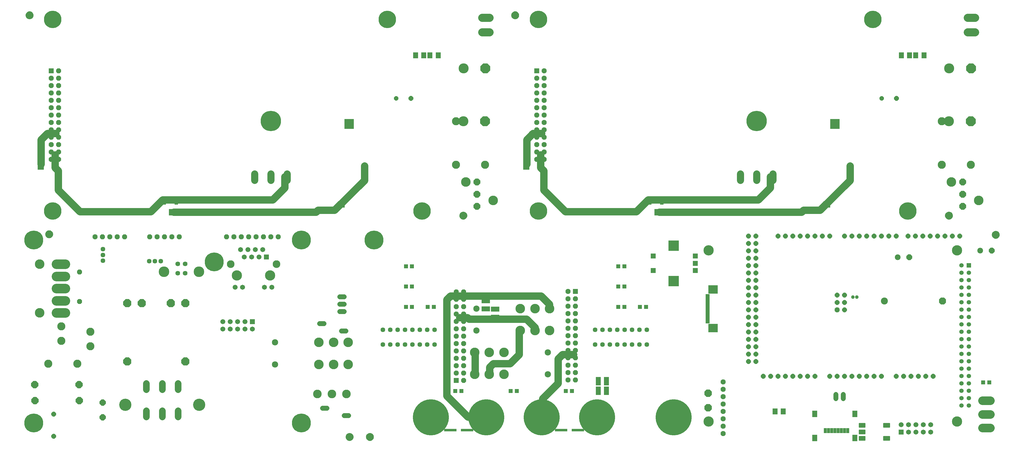
<source format=gbs>
G75*
G70*
%OFA0B0*%
%FSLAX24Y24*%
%IPPOS*%
%LPD*%
%AMOC8*
5,1,8,0,0,1.08239X$1,22.5*
%
%ADD10C,0.1000*%
%ADD11OC8,0.0973*%
%ADD12C,0.0907*%
%ADD13OC8,0.0640*%
%ADD14OC8,0.0840*%
%ADD15C,0.1653*%
%ADD16C,0.1100*%
%ADD17C,0.0674*%
%ADD18R,0.0674X0.0674*%
%ADD19C,0.0674*%
%ADD20C,0.0640*%
%ADD21C,0.1436*%
%ADD22OC8,0.0674*%
%ADD23C,0.1039*%
%ADD24C,0.1386*%
%ADD25OC8,0.0680*%
%ADD26C,0.0477*%
%ADD27C,0.0946*%
%ADD28OC8,0.0946*%
%ADD29OC8,0.0634*%
%ADD30C,0.1299*%
%ADD31C,0.0848*%
%ADD32C,0.4885*%
%ADD33R,0.0552X0.0552*%
%ADD34C,0.1172*%
%ADD35C,0.0595*%
%ADD36R,0.0595X0.0595*%
%ADD37C,0.0634*%
%ADD38R,0.0710X0.0789*%
%ADD39C,0.0095*%
%ADD40C,0.0050*%
%ADD41C,0.0780*%
%ADD42OC8,0.0780*%
%ADD43C,0.1299*%
%ADD44R,0.0710X0.1143*%
%ADD45R,0.1143X0.0710*%
%ADD46OC8,0.0996*%
%ADD47R,0.1680X0.0380*%
%ADD48R,0.1287X0.1169*%
%ADD49R,0.0552X0.0198*%
%ADD50R,0.1393X0.1393*%
%ADD51OC8,0.1100*%
%ADD52C,0.0680*%
%ADD53C,0.1169*%
%ADD54R,0.0395X0.0671*%
%ADD55R,0.0651X0.0867*%
%ADD56C,0.0973*%
%ADD57C,0.2759*%
%ADD58C,0.1360*%
%ADD59OC8,0.1360*%
%ADD60C,0.1100*%
%ADD61OC8,0.0600*%
%ADD62R,0.0710X0.0790*%
%ADD63OC8,0.0909*%
%ADD64C,0.2562*%
%ADD65R,0.0516X0.0516*%
%ADD66C,0.2365*%
D10*
X061012Y009503D02*
X063862Y006653D01*
X066287Y006653D01*
X066312Y006628D01*
X061012Y009503D02*
X061012Y022528D01*
X061012Y022553D02*
X061512Y023053D01*
X072962Y023053D01*
X073062Y023053D02*
X073787Y023053D01*
X074912Y021928D01*
X074912Y021403D01*
X072987Y018753D02*
X071812Y019928D01*
X064012Y019928D01*
X063812Y020128D01*
X062737Y020128D01*
X070812Y018303D02*
X070812Y015128D01*
X069562Y013878D01*
X067312Y013878D01*
X066812Y013378D01*
X066812Y012453D01*
X064837Y012553D02*
X064837Y015353D01*
X072987Y018453D02*
X072987Y018753D01*
X076687Y015103D02*
X076087Y014503D01*
X076087Y011228D01*
X073962Y009103D01*
X073962Y006703D01*
X076687Y015103D02*
X078162Y015103D01*
X077079Y034478D02*
X086679Y034478D01*
X088279Y036078D01*
X103179Y036078D01*
X104754Y037653D01*
X104804Y037728D02*
X104804Y039228D01*
X109304Y034678D02*
X111554Y034678D01*
X115604Y038728D01*
X115604Y040678D01*
X109304Y034678D02*
X109054Y034428D01*
X089779Y034428D01*
X077079Y034478D02*
X074154Y037403D01*
X074154Y040003D01*
X073704Y040453D01*
X073704Y042178D01*
X071829Y040903D02*
X071829Y044228D01*
X072679Y045078D01*
X073829Y045078D01*
X049856Y040678D02*
X049856Y038728D01*
X045806Y034678D01*
X043556Y034678D01*
X043306Y034428D01*
X024031Y034428D01*
X022531Y036078D02*
X037431Y036078D01*
X039006Y037653D01*
X039056Y037728D02*
X039056Y039228D01*
X022531Y036078D02*
X020931Y034478D01*
X011331Y034478D01*
X008406Y037403D01*
X008406Y040003D01*
X007956Y040453D01*
X007956Y042178D01*
X006081Y040903D02*
X006081Y044228D01*
X006931Y045078D01*
X008081Y045078D01*
D11*
X005197Y011049D03*
X005222Y008868D03*
X011222Y008868D03*
X011197Y011049D03*
D12*
X020312Y011216D02*
X020312Y010391D01*
X022462Y010391D02*
X022462Y011216D01*
X024612Y011216D02*
X024612Y010391D01*
X024612Y007516D02*
X024612Y006691D01*
X022462Y006691D02*
X022462Y007516D01*
X020312Y007516D02*
X020312Y006691D01*
D13*
X007762Y004053D03*
X007762Y007053D03*
X056131Y049853D03*
X121879Y049853D03*
D14*
X014412Y008628D03*
X014412Y006628D03*
D15*
X017487Y008328D03*
X027487Y008328D03*
D16*
X012730Y016229D03*
X008793Y016977D03*
X012730Y018204D03*
X008793Y018952D03*
X007025Y013893D03*
X010962Y013893D03*
X062243Y040851D03*
X066180Y040851D03*
X066180Y046756D03*
X062243Y046756D03*
X127991Y046756D03*
X131928Y046756D03*
X131928Y040851D03*
X127991Y040851D03*
D17*
X114687Y009725D02*
X114687Y009131D01*
X113687Y009131D02*
X113687Y009725D01*
X047109Y020953D02*
X046515Y020953D01*
X046515Y021953D02*
X047109Y021953D01*
X047109Y022953D02*
X046515Y022953D01*
D18*
X034662Y019578D03*
X036577Y028352D03*
X062273Y011618D03*
X078414Y023673D03*
X088945Y026504D03*
X088945Y028472D03*
X094654Y028472D03*
X094654Y027488D03*
X094654Y026504D03*
X122517Y004628D03*
X073186Y053594D03*
X007438Y053594D03*
D19*
X033077Y029352D03*
X034077Y029352D03*
X035077Y029352D03*
X036077Y029352D03*
X035577Y028352D03*
X034577Y028352D03*
X033577Y028352D03*
X033337Y024234D03*
X032337Y024234D03*
X036317Y024234D03*
X037317Y024234D03*
X033662Y019578D03*
X032662Y019578D03*
X031662Y019578D03*
X030662Y019578D03*
X030662Y018578D03*
X031662Y018578D03*
X032662Y018578D03*
X033662Y018578D03*
X034662Y018578D03*
X122517Y005628D03*
X123517Y005628D03*
X124517Y005628D03*
X125517Y005628D03*
X126517Y005628D03*
X126517Y004628D03*
X125517Y004628D03*
X124517Y004628D03*
X123517Y004628D03*
D20*
X025555Y026158D03*
X024571Y026158D03*
X024571Y027418D03*
X025555Y027418D03*
D21*
X027433Y026355D03*
X022693Y026355D03*
D22*
X022762Y031078D03*
X023762Y031078D03*
X024762Y031078D03*
X021762Y031078D03*
X020762Y031078D03*
X017387Y031078D03*
X016387Y031078D03*
X015387Y031078D03*
X014387Y031078D03*
X013387Y031078D03*
X031162Y031078D03*
X032162Y031078D03*
X033162Y031078D03*
X034162Y031078D03*
X035162Y031078D03*
X036162Y031078D03*
X037162Y031078D03*
X038162Y031078D03*
X062273Y023618D03*
X063273Y023618D03*
X063273Y022618D03*
X062273Y022618D03*
X062273Y021618D03*
X063273Y021618D03*
X063273Y020618D03*
X062273Y020618D03*
X062273Y019618D03*
X063273Y019618D03*
X063273Y018618D03*
X063273Y017618D03*
X062273Y017618D03*
X062273Y018618D03*
X062273Y016618D03*
X063273Y016618D03*
X063273Y015618D03*
X062273Y015618D03*
X062273Y014618D03*
X063273Y014618D03*
X063273Y013618D03*
X063273Y012618D03*
X062273Y012618D03*
X062273Y013618D03*
X063273Y011618D03*
X077414Y011673D03*
X078414Y011673D03*
X078414Y012673D03*
X077414Y012673D03*
X077414Y013673D03*
X078414Y013673D03*
X078414Y014673D03*
X077414Y014673D03*
X077414Y015673D03*
X077414Y016673D03*
X078414Y016673D03*
X078414Y015673D03*
X078414Y017673D03*
X077414Y017673D03*
X077414Y018673D03*
X078414Y018673D03*
X078414Y019673D03*
X077414Y019673D03*
X077414Y020673D03*
X077414Y021673D03*
X078414Y021673D03*
X078414Y020673D03*
X078414Y022673D03*
X077414Y022673D03*
X077414Y023673D03*
X098417Y011428D03*
X098417Y010428D03*
X098417Y009428D03*
X098417Y008428D03*
X098417Y007428D03*
X098417Y006428D03*
X098417Y005428D03*
X098417Y004428D03*
X074186Y041594D03*
X073186Y041594D03*
X073186Y042594D03*
X074186Y042594D03*
X074186Y043594D03*
X073186Y043594D03*
X073186Y044594D03*
X074186Y044594D03*
X074186Y045594D03*
X073186Y045594D03*
X073186Y046594D03*
X074186Y046594D03*
X074186Y047594D03*
X073186Y047594D03*
X073186Y048594D03*
X074186Y048594D03*
X074186Y049594D03*
X073186Y049594D03*
X073186Y050594D03*
X074186Y050594D03*
X074186Y051594D03*
X073186Y051594D03*
X073186Y052594D03*
X074186Y052594D03*
X074186Y053594D03*
X008438Y053594D03*
X008438Y052594D03*
X007438Y052594D03*
X007438Y051594D03*
X007438Y050594D03*
X008438Y050594D03*
X008438Y051594D03*
X008438Y049594D03*
X007438Y049594D03*
X007438Y048594D03*
X007438Y047594D03*
X008438Y047594D03*
X008438Y048594D03*
X008438Y046594D03*
X008438Y045594D03*
X007438Y045594D03*
X007438Y046594D03*
X007438Y044594D03*
X008438Y044594D03*
X008438Y043594D03*
X008438Y042594D03*
X007438Y042594D03*
X007438Y043594D03*
X007438Y041594D03*
X008438Y041594D03*
D23*
X031727Y027384D03*
X037927Y027384D03*
D24*
X037077Y025852D03*
X032577Y025852D03*
X096425Y029259D03*
X130087Y029259D03*
X130087Y006031D03*
X096425Y006031D03*
D25*
X113837Y021193D03*
X011262Y022328D03*
X011262Y026328D03*
D26*
X115966Y022928D03*
X116517Y022928D03*
D27*
X120237Y022378D03*
D28*
X128107Y022378D03*
D29*
X114837Y022193D03*
X113837Y022193D03*
X113837Y023193D03*
X114837Y023193D03*
X114837Y021193D03*
X102837Y021193D03*
X101837Y021193D03*
X101837Y020193D03*
X102837Y020193D03*
X102837Y019193D03*
X101837Y019193D03*
X101837Y018193D03*
X102837Y018193D03*
X102837Y017193D03*
X101837Y017193D03*
X101837Y016193D03*
X101837Y015193D03*
X102837Y015193D03*
X102837Y016193D03*
X102837Y014193D03*
X101837Y014193D03*
X103837Y012193D03*
X104837Y012193D03*
X105837Y012193D03*
X106837Y012193D03*
X107837Y012193D03*
X108837Y012193D03*
X109837Y012193D03*
X110837Y012193D03*
X112837Y012193D03*
X113837Y012193D03*
X114837Y012193D03*
X115837Y012193D03*
X116837Y012193D03*
X117837Y012193D03*
X118837Y012193D03*
X119837Y012193D03*
X121837Y012193D03*
X122837Y012193D03*
X123837Y012193D03*
X124837Y012193D03*
X125837Y012193D03*
X126837Y012193D03*
X102837Y022193D03*
X101837Y022193D03*
X101837Y023193D03*
X101837Y024193D03*
X102837Y024193D03*
X102837Y023193D03*
X102837Y025193D03*
X101837Y025193D03*
X101837Y026193D03*
X102837Y026193D03*
X102837Y027193D03*
X101837Y027193D03*
X101837Y028193D03*
X101837Y029193D03*
X102837Y029193D03*
X102837Y028193D03*
X102837Y030193D03*
X101837Y030193D03*
X101837Y031193D03*
X102837Y031193D03*
X105837Y031193D03*
X106837Y031193D03*
X107837Y031193D03*
X108837Y031193D03*
X109837Y031193D03*
X110837Y031193D03*
X111837Y031193D03*
X112837Y031193D03*
X114837Y031193D03*
X115837Y031193D03*
X116837Y031193D03*
X117837Y031193D03*
X118837Y031193D03*
X119837Y031193D03*
X120837Y031193D03*
X121837Y031193D03*
X123437Y031193D03*
X124437Y031193D03*
X125437Y031193D03*
X126437Y031193D03*
X127437Y031193D03*
X128437Y031193D03*
X129437Y031193D03*
X130437Y031193D03*
D30*
X133014Y036027D03*
X129313Y038507D03*
X074910Y021342D03*
X072926Y021342D03*
X070941Y021342D03*
X070941Y018365D03*
X072926Y018365D03*
X074910Y018365D03*
X068732Y015417D03*
X066748Y015417D03*
X064764Y015417D03*
X064764Y012440D03*
X066748Y012440D03*
X068732Y012440D03*
X047647Y013790D03*
X045663Y013790D03*
X043679Y013790D03*
X043679Y016767D03*
X045663Y016767D03*
X047647Y016767D03*
X005863Y020764D03*
X005863Y027378D03*
X063565Y038507D03*
X067266Y036027D03*
D31*
X064989Y021342D03*
X064989Y018365D03*
X074685Y015417D03*
X074685Y012440D03*
X037726Y013790D03*
X037726Y016767D03*
D32*
X058847Y006622D03*
X066347Y006622D03*
X073847Y006622D03*
X081347Y006622D03*
X091701Y006622D03*
D33*
X077941Y010165D03*
X077114Y010165D03*
X070461Y010165D03*
X069634Y010165D03*
X062981Y010165D03*
X062154Y010165D03*
X059240Y021582D03*
X058414Y021582D03*
X056288Y021582D03*
X055461Y021582D03*
X055461Y024338D03*
X056288Y024338D03*
X056288Y027094D03*
X055461Y027094D03*
X084201Y027094D03*
X085028Y027094D03*
X085028Y024338D03*
X084201Y024338D03*
X084201Y021582D03*
X085028Y021582D03*
X087154Y021582D03*
X087981Y021582D03*
X133617Y011346D03*
X134444Y011346D03*
D34*
X134563Y008865D02*
X133498Y008865D01*
X133498Y007015D02*
X134563Y007015D01*
X134563Y005165D02*
X133498Y005165D01*
D35*
X131662Y008196D03*
X130662Y008196D03*
X130662Y009196D03*
X131662Y009196D03*
X131662Y010196D03*
X130662Y010196D03*
X130662Y011196D03*
X131662Y011196D03*
X131662Y012196D03*
X130662Y012196D03*
X130662Y013196D03*
X131662Y013196D03*
X131662Y014196D03*
X130662Y014196D03*
X130662Y015196D03*
X131662Y015196D03*
X131662Y016196D03*
X130662Y016196D03*
X130662Y017196D03*
X131662Y017196D03*
X131662Y018196D03*
X130662Y018196D03*
X130662Y019196D03*
X131662Y019196D03*
X131662Y020196D03*
X130662Y020196D03*
X130662Y021196D03*
X131662Y021196D03*
X131662Y022196D03*
X130662Y022196D03*
X130662Y023196D03*
X131662Y023196D03*
X131662Y024196D03*
X130662Y024196D03*
X130662Y025196D03*
X131662Y025196D03*
X131662Y026196D03*
X130662Y026196D03*
X130662Y027196D03*
D36*
X131662Y027196D03*
D37*
X088071Y018464D03*
X087071Y018464D03*
X086071Y018464D03*
X085071Y018464D03*
X084071Y018464D03*
X083071Y018464D03*
X082071Y018464D03*
X081071Y018464D03*
X081071Y016464D03*
X082071Y016464D03*
X083071Y016464D03*
X084071Y016464D03*
X085071Y016464D03*
X086071Y016464D03*
X087071Y016464D03*
X088071Y016464D03*
X059331Y016464D03*
X058331Y016464D03*
X057331Y016464D03*
X056331Y016464D03*
X055331Y016464D03*
X054331Y016464D03*
X053331Y016464D03*
X052331Y016464D03*
X052331Y018464D03*
X053331Y018464D03*
X054331Y018464D03*
X055331Y018464D03*
X056331Y018464D03*
X057331Y018464D03*
X058331Y018464D03*
X059331Y018464D03*
X022274Y027778D03*
X021487Y027778D03*
X020699Y027778D03*
X014437Y027841D03*
X014437Y028628D03*
X014437Y029416D03*
D38*
X056780Y055678D03*
X057882Y055678D03*
X122528Y055678D03*
X123630Y055678D03*
X106543Y007403D03*
X105440Y007403D03*
D39*
X116807Y005271D02*
X117619Y005271D01*
X116807Y005271D02*
X116807Y005807D01*
X117619Y005807D01*
X117619Y005271D01*
X117619Y005365D02*
X116807Y005365D01*
X116807Y005459D02*
X117619Y005459D01*
X117619Y005553D02*
X116807Y005553D01*
X116807Y005647D02*
X117619Y005647D01*
X117619Y005741D02*
X116807Y005741D01*
X116807Y004385D02*
X117619Y004385D01*
X116807Y004385D02*
X116807Y004921D01*
X117619Y004921D01*
X117619Y004385D01*
X117619Y004479D02*
X116807Y004479D01*
X116807Y004573D02*
X117619Y004573D01*
X117619Y004667D02*
X116807Y004667D01*
X116807Y004761D02*
X117619Y004761D01*
X117619Y004855D02*
X116807Y004855D01*
X116807Y003499D02*
X117619Y003499D01*
X116807Y003499D02*
X116807Y004035D01*
X117619Y004035D01*
X117619Y003499D01*
X117619Y003593D02*
X116807Y003593D01*
X116807Y003687D02*
X117619Y003687D01*
X117619Y003781D02*
X116807Y003781D01*
X116807Y003875D02*
X117619Y003875D01*
X117619Y003969D02*
X116807Y003969D01*
X120114Y003499D02*
X120926Y003499D01*
X120114Y003499D02*
X120114Y004035D01*
X120926Y004035D01*
X120926Y003499D01*
X120926Y003593D02*
X120114Y003593D01*
X120114Y003687D02*
X120926Y003687D01*
X120926Y003781D02*
X120114Y003781D01*
X120114Y003875D02*
X120926Y003875D01*
X120926Y003969D02*
X120114Y003969D01*
X120114Y005271D02*
X120926Y005271D01*
X120114Y005271D02*
X120114Y005807D01*
X120926Y005807D01*
X120926Y005271D01*
X120926Y005365D02*
X120114Y005365D01*
X120114Y005459D02*
X120926Y005459D01*
X120926Y005553D02*
X120114Y005553D01*
X120114Y005647D02*
X120926Y005647D01*
X120926Y005741D02*
X120114Y005741D01*
D40*
X135067Y030920D02*
X134995Y030970D01*
X134934Y031032D01*
X134884Y031103D01*
X134847Y031182D01*
X134824Y031267D01*
X134817Y031353D01*
X134824Y031440D01*
X134847Y031524D01*
X134884Y031603D01*
X134934Y031675D01*
X134995Y031736D01*
X135067Y031786D01*
X135146Y031823D01*
X135230Y031846D01*
X135317Y031853D01*
X135404Y031846D01*
X135488Y031823D01*
X135567Y031786D01*
X135638Y031736D01*
X135700Y031675D01*
X135750Y031603D01*
X135787Y031524D01*
X135809Y031440D01*
X135817Y031353D01*
X135809Y031267D01*
X135787Y031182D01*
X135750Y031103D01*
X135700Y031032D01*
X135638Y030970D01*
X135567Y030920D01*
X135488Y030884D01*
X135404Y030861D01*
X135317Y030853D01*
X135230Y030861D01*
X135146Y030884D01*
X135067Y030920D01*
X135073Y030917D02*
X135561Y030917D01*
X135632Y030966D02*
X135001Y030966D01*
X134951Y031014D02*
X135682Y031014D01*
X135721Y031063D02*
X134912Y031063D01*
X134880Y031111D02*
X135753Y031111D01*
X135776Y031160D02*
X134857Y031160D01*
X134840Y031208D02*
X135794Y031208D01*
X135807Y031257D02*
X134827Y031257D01*
X134821Y031305D02*
X135812Y031305D01*
X135817Y031354D02*
X134817Y031354D01*
X134821Y031402D02*
X135812Y031402D01*
X135806Y031451D02*
X134827Y031451D01*
X134840Y031499D02*
X135793Y031499D01*
X135776Y031548D02*
X134858Y031548D01*
X134880Y031596D02*
X135753Y031596D01*
X135721Y031645D02*
X134913Y031645D01*
X134952Y031693D02*
X135681Y031693D01*
X135630Y031742D02*
X135003Y031742D01*
X135076Y031790D02*
X135558Y031790D01*
X135429Y031839D02*
X135205Y031839D01*
X135200Y030869D02*
X135434Y030869D01*
X129412Y033703D02*
X129449Y033782D01*
X129472Y033867D01*
X129479Y033953D01*
X129472Y034040D01*
X129449Y034124D01*
X129412Y034203D01*
X129362Y034275D01*
X129301Y034336D01*
X129229Y034386D01*
X129150Y034423D01*
X129066Y034446D01*
X128979Y034453D01*
X128892Y034446D01*
X128808Y034423D01*
X128729Y034386D01*
X128658Y034336D01*
X128596Y034275D01*
X128546Y034203D01*
X128509Y034124D01*
X128487Y034040D01*
X128479Y033953D01*
X128487Y033867D01*
X128509Y033782D01*
X128546Y033703D01*
X128596Y033632D01*
X128658Y033570D01*
X128729Y033520D01*
X128808Y033484D01*
X128892Y033461D01*
X128979Y033453D01*
X129066Y033461D01*
X129150Y033484D01*
X129229Y033520D01*
X129301Y033570D01*
X129362Y033632D01*
X129412Y033703D01*
X129397Y033682D02*
X128561Y033682D01*
X128534Y033731D02*
X129425Y033731D01*
X129447Y033779D02*
X128511Y033779D01*
X128497Y033828D02*
X129461Y033828D01*
X129472Y033876D02*
X128486Y033876D01*
X128482Y033925D02*
X129477Y033925D01*
X129477Y033973D02*
X128481Y033973D01*
X128485Y034022D02*
X129473Y034022D01*
X129464Y034070D02*
X128495Y034070D01*
X128508Y034119D02*
X129451Y034119D01*
X129429Y034167D02*
X128529Y034167D01*
X128555Y034216D02*
X129404Y034216D01*
X129370Y034264D02*
X128589Y034264D01*
X128634Y034313D02*
X129324Y034313D01*
X129265Y034361D02*
X128693Y034361D01*
X128779Y034410D02*
X129180Y034410D01*
X129363Y033634D02*
X128595Y033634D01*
X128643Y033585D02*
X129315Y033585D01*
X129252Y033537D02*
X128706Y033537D01*
X128799Y033488D02*
X129160Y033488D01*
X070687Y060853D02*
X070637Y060782D01*
X070576Y060720D01*
X070504Y060670D01*
X070425Y060634D01*
X070341Y060611D01*
X070254Y060603D01*
X070167Y060611D01*
X070083Y060634D01*
X070004Y060670D01*
X069933Y060720D01*
X069871Y060782D01*
X069821Y060853D01*
X069784Y060932D01*
X069762Y061017D01*
X069754Y061103D01*
X069762Y061190D01*
X069784Y061274D01*
X069821Y061353D01*
X069871Y061425D01*
X069933Y061486D01*
X070004Y061536D01*
X070083Y061573D01*
X070167Y061596D01*
X070254Y061603D01*
X070341Y061596D01*
X070425Y061573D01*
X070504Y061536D01*
X070576Y061486D01*
X070637Y061425D01*
X070687Y061353D01*
X070724Y061274D01*
X070747Y061190D01*
X070754Y061103D01*
X070747Y061017D01*
X070724Y060932D01*
X070687Y060853D01*
X070679Y060842D02*
X069829Y060842D01*
X069804Y060891D02*
X070705Y060891D01*
X070726Y060939D02*
X069783Y060939D01*
X069770Y060988D02*
X070739Y060988D01*
X070748Y061036D02*
X069760Y061036D01*
X069756Y061085D02*
X070753Y061085D01*
X070752Y061133D02*
X069757Y061133D01*
X069761Y061182D02*
X070747Y061182D01*
X070736Y061230D02*
X069773Y061230D01*
X069786Y061279D02*
X070722Y061279D01*
X070699Y061327D02*
X069809Y061327D01*
X069837Y061376D02*
X070672Y061376D01*
X070638Y061424D02*
X069871Y061424D01*
X069919Y061473D02*
X070589Y061473D01*
X070526Y061521D02*
X069982Y061521D01*
X070076Y061570D02*
X070433Y061570D01*
X070645Y060794D02*
X069863Y060794D01*
X069908Y060745D02*
X070600Y060745D01*
X070542Y060697D02*
X069967Y060697D01*
X070052Y060648D02*
X070457Y060648D01*
X063402Y034423D02*
X063481Y034386D01*
X063553Y034336D01*
X063614Y034275D01*
X063664Y034203D01*
X063701Y034124D01*
X063724Y034040D01*
X063731Y033953D01*
X063724Y033867D01*
X063701Y033782D01*
X063664Y033703D01*
X063614Y033632D01*
X063553Y033570D01*
X063481Y033520D01*
X063402Y033484D01*
X063318Y033461D01*
X063231Y033453D01*
X063144Y033461D01*
X063060Y033484D01*
X062981Y033520D01*
X062910Y033570D01*
X062848Y033632D01*
X062798Y033703D01*
X062761Y033782D01*
X062739Y033867D01*
X062731Y033953D01*
X062739Y034040D01*
X062761Y034124D01*
X062798Y034203D01*
X062848Y034275D01*
X062910Y034336D01*
X062981Y034386D01*
X063060Y034423D01*
X063144Y034446D01*
X063231Y034453D01*
X063318Y034446D01*
X063402Y034423D01*
X063432Y034410D02*
X063031Y034410D01*
X062945Y034361D02*
X063517Y034361D01*
X063576Y034313D02*
X062886Y034313D01*
X062841Y034264D02*
X063622Y034264D01*
X063656Y034216D02*
X062807Y034216D01*
X062781Y034167D02*
X063681Y034167D01*
X063703Y034119D02*
X062760Y034119D01*
X062747Y034070D02*
X063716Y034070D01*
X063725Y034022D02*
X062737Y034022D01*
X062733Y033973D02*
X063729Y033973D01*
X063729Y033925D02*
X062734Y033925D01*
X062738Y033876D02*
X063724Y033876D01*
X063713Y033828D02*
X062749Y033828D01*
X062763Y033779D02*
X063699Y033779D01*
X063677Y033731D02*
X062785Y033731D01*
X062813Y033682D02*
X063649Y033682D01*
X063615Y033634D02*
X062847Y033634D01*
X062895Y033585D02*
X063567Y033585D01*
X063504Y033537D02*
X062958Y033537D01*
X063051Y033488D02*
X063412Y033488D01*
X007662Y031428D02*
X007654Y031342D01*
X007632Y031257D01*
X007595Y031178D01*
X007545Y031107D01*
X007483Y031045D01*
X007412Y030995D01*
X007333Y030959D01*
X007249Y030936D01*
X007162Y030928D01*
X007075Y030936D01*
X006991Y030959D01*
X006912Y030995D01*
X006840Y031045D01*
X006779Y031107D01*
X006729Y031178D01*
X006692Y031257D01*
X007631Y031257D01*
X007644Y031305D02*
X006679Y031305D01*
X006669Y031342D02*
X006662Y031428D01*
X006669Y031515D01*
X006692Y031599D01*
X006729Y031678D01*
X006779Y031750D01*
X006840Y031811D01*
X006912Y031861D01*
X006991Y031898D01*
X007075Y031921D01*
X007162Y031928D01*
X007249Y031921D01*
X007333Y031898D01*
X007412Y031861D01*
X007483Y031811D01*
X007545Y031750D01*
X007595Y031678D01*
X007632Y031599D01*
X007654Y031515D01*
X007662Y031428D01*
X007660Y031451D02*
X006664Y031451D01*
X006664Y031402D02*
X007659Y031402D01*
X007655Y031354D02*
X006668Y031354D01*
X006669Y031342D02*
X006692Y031257D01*
X006715Y031208D02*
X007609Y031208D01*
X007582Y031160D02*
X006742Y031160D01*
X006775Y031111D02*
X007548Y031111D01*
X007501Y031063D02*
X006823Y031063D01*
X006884Y031014D02*
X007439Y031014D01*
X007349Y030966D02*
X006975Y030966D01*
X006668Y031499D02*
X007655Y031499D01*
X007645Y031548D02*
X006678Y031548D01*
X006691Y031596D02*
X007632Y031596D01*
X007610Y031645D02*
X006713Y031645D01*
X006739Y031693D02*
X007584Y031693D01*
X007550Y031742D02*
X006773Y031742D01*
X006819Y031790D02*
X007504Y031790D01*
X007444Y031839D02*
X006880Y031839D01*
X006968Y031887D02*
X007356Y031887D01*
X047515Y004336D02*
X047587Y004386D01*
X047666Y004423D01*
X047750Y004446D01*
X047837Y004453D01*
X047924Y004446D01*
X048008Y004423D01*
X048087Y004386D01*
X048158Y004336D01*
X048220Y004275D01*
X048270Y004203D01*
X048307Y004124D01*
X048329Y004040D01*
X048337Y003953D01*
X048329Y003867D01*
X048307Y003782D01*
X048270Y003703D01*
X048220Y003632D01*
X048158Y003570D01*
X048087Y003520D01*
X048008Y003484D01*
X047924Y003461D01*
X047837Y003453D01*
X047750Y003461D01*
X047666Y003484D01*
X047587Y003520D01*
X047515Y003570D01*
X047454Y003632D01*
X047404Y003703D01*
X047367Y003782D01*
X047344Y003867D01*
X047337Y003953D01*
X047344Y004040D01*
X047367Y004124D01*
X047404Y004203D01*
X047454Y004275D01*
X047515Y004336D01*
X047520Y004339D02*
X048154Y004339D01*
X048204Y004291D02*
X047470Y004291D01*
X047431Y004242D02*
X048242Y004242D01*
X048274Y004194D02*
X047399Y004194D01*
X047377Y004145D02*
X048297Y004145D01*
X048314Y004097D02*
X047359Y004097D01*
X047346Y004048D02*
X048327Y004048D01*
X048333Y004000D02*
X047341Y004000D01*
X047337Y003951D02*
X048337Y003951D01*
X048332Y003903D02*
X047341Y003903D01*
X047348Y003854D02*
X048326Y003854D01*
X048313Y003806D02*
X047361Y003806D01*
X047378Y003757D02*
X048295Y003757D01*
X048272Y003709D02*
X047401Y003709D01*
X047434Y003660D02*
X048240Y003660D01*
X048200Y003612D02*
X047474Y003612D01*
X047525Y003563D02*
X048148Y003563D01*
X048075Y003515D02*
X047598Y003515D01*
X047730Y003466D02*
X047944Y003466D01*
X048083Y004388D02*
X047590Y004388D01*
X047715Y004436D02*
X047959Y004436D01*
X050094Y004040D02*
X050117Y004124D01*
X050154Y004203D01*
X050204Y004275D01*
X050265Y004336D01*
X050337Y004386D01*
X050416Y004423D01*
X050500Y004446D01*
X050587Y004453D01*
X050674Y004446D01*
X050758Y004423D01*
X050837Y004386D01*
X050908Y004336D01*
X050970Y004275D01*
X051020Y004203D01*
X051057Y004124D01*
X051079Y004040D01*
X051087Y003953D01*
X051079Y003867D01*
X051057Y003782D01*
X051020Y003703D01*
X050970Y003632D01*
X050908Y003570D01*
X050837Y003520D01*
X050758Y003484D01*
X050674Y003461D01*
X050587Y003453D01*
X050500Y003461D01*
X050416Y003484D01*
X050337Y003520D01*
X050265Y003570D01*
X050204Y003632D01*
X050154Y003703D01*
X050117Y003782D01*
X050094Y003867D01*
X050087Y003953D01*
X050094Y004040D01*
X050096Y004048D02*
X051077Y004048D01*
X051083Y004000D02*
X050091Y004000D01*
X050087Y003951D02*
X051087Y003951D01*
X051082Y003903D02*
X050091Y003903D01*
X050098Y003854D02*
X051076Y003854D01*
X051063Y003806D02*
X050111Y003806D01*
X050128Y003757D02*
X051045Y003757D01*
X051022Y003709D02*
X050151Y003709D01*
X050184Y003660D02*
X050990Y003660D01*
X050950Y003612D02*
X050224Y003612D01*
X050275Y003563D02*
X050898Y003563D01*
X050825Y003515D02*
X050348Y003515D01*
X050480Y003466D02*
X050694Y003466D01*
X051064Y004097D02*
X050109Y004097D01*
X050127Y004145D02*
X051047Y004145D01*
X051024Y004194D02*
X050149Y004194D01*
X050181Y004242D02*
X050992Y004242D01*
X050954Y004291D02*
X050220Y004291D01*
X050270Y004339D02*
X050904Y004339D01*
X050833Y004388D02*
X050340Y004388D01*
X050465Y004436D02*
X050709Y004436D01*
X004828Y060720D02*
X004756Y060670D01*
X004677Y060634D01*
X004593Y060611D01*
X004506Y060603D01*
X004419Y060611D01*
X004335Y060634D01*
X004256Y060670D01*
X004185Y060720D01*
X004123Y060782D01*
X004073Y060853D01*
X004036Y060932D01*
X004014Y061017D01*
X004006Y061103D01*
X004014Y061190D01*
X004036Y061274D01*
X004073Y061353D01*
X004123Y061425D01*
X004185Y061486D01*
X004256Y061536D01*
X004335Y061573D01*
X004419Y061596D01*
X004506Y061603D01*
X004593Y061596D01*
X004677Y061573D01*
X004756Y061536D01*
X004828Y061486D01*
X004889Y061425D01*
X004939Y061353D01*
X004976Y061274D01*
X004999Y061190D01*
X005006Y061103D01*
X004999Y061017D01*
X004976Y060932D01*
X004939Y060853D01*
X004889Y060782D01*
X004828Y060720D01*
X004852Y060745D02*
X004160Y060745D01*
X004115Y060794D02*
X004897Y060794D01*
X004931Y060842D02*
X004081Y060842D01*
X004056Y060891D02*
X004957Y060891D01*
X004978Y060939D02*
X004034Y060939D01*
X004022Y060988D02*
X004991Y060988D01*
X005000Y061036D02*
X004012Y061036D01*
X004008Y061085D02*
X005005Y061085D01*
X005004Y061133D02*
X004009Y061133D01*
X004013Y061182D02*
X004999Y061182D01*
X004988Y061230D02*
X004024Y061230D01*
X004038Y061279D02*
X004974Y061279D01*
X004951Y061327D02*
X004061Y061327D01*
X004089Y061376D02*
X004924Y061376D01*
X004890Y061424D02*
X004123Y061424D01*
X004171Y061473D02*
X004841Y061473D01*
X004778Y061521D02*
X004234Y061521D01*
X004328Y061570D02*
X004685Y061570D01*
X004794Y060697D02*
X004219Y060697D01*
X004304Y060648D02*
X004709Y060648D01*
D41*
X122029Y028328D03*
X133199Y029228D03*
D42*
X134774Y029228D03*
X123604Y028328D03*
D43*
X009327Y027378D02*
X008146Y027378D01*
X008146Y025725D02*
X009327Y025725D01*
X009327Y024071D02*
X008146Y024071D01*
X008146Y022418D02*
X009327Y022418D01*
X009327Y020764D02*
X008146Y020764D01*
D44*
X081510Y011503D03*
X082613Y011503D03*
X082613Y010228D03*
X081510Y010228D03*
D45*
X067537Y020177D03*
X067537Y021280D03*
X066262Y021302D03*
X066262Y022405D03*
D46*
X096362Y009872D03*
X096362Y007903D03*
D47*
X078748Y004878D03*
X076488Y004878D03*
X063723Y004878D03*
X061463Y004878D03*
D48*
X097037Y018698D03*
X097037Y023958D03*
D49*
X096289Y023198D03*
X096289Y023002D03*
X096289Y022805D03*
X096289Y022608D03*
X096289Y022411D03*
X096289Y022214D03*
X096289Y022017D03*
X096289Y021820D03*
X096289Y021624D03*
X096289Y021427D03*
X096289Y021230D03*
X096289Y021033D03*
X096289Y020836D03*
X096289Y020639D03*
X096289Y020443D03*
X096289Y020246D03*
X096289Y020049D03*
X096289Y019852D03*
X096289Y019655D03*
X096289Y019458D03*
D50*
X091701Y025086D03*
X091701Y029889D03*
D51*
X025599Y022065D03*
X023630Y022065D03*
X019693Y022065D03*
X017725Y022065D03*
X017725Y014191D03*
X025599Y014191D03*
D52*
X043785Y019328D02*
X044385Y019328D01*
X046738Y018328D02*
X047338Y018328D01*
X044760Y007853D02*
X044160Y007853D01*
X047113Y006853D02*
X047713Y006853D01*
D53*
X047410Y009771D03*
X045441Y009771D03*
X043473Y009771D03*
D54*
X112230Y004828D03*
X112663Y004828D03*
X113096Y004828D03*
X113529Y004828D03*
X113962Y004828D03*
X114396Y004828D03*
X114829Y004828D03*
X115262Y004828D03*
D55*
X116226Y003805D03*
X110813Y003805D03*
X110813Y007072D03*
X116226Y007072D03*
D56*
X105122Y038737D02*
X105122Y039622D01*
X102922Y039622D02*
X102922Y038737D01*
X100722Y038737D02*
X100722Y039622D01*
X039373Y039622D02*
X039373Y038737D01*
X037173Y038737D02*
X037173Y039622D01*
X034973Y039622D02*
X034973Y038737D01*
D57*
X037173Y046779D03*
X102922Y046779D03*
D58*
X128978Y046753D03*
X129003Y053903D03*
X063255Y053903D03*
X063230Y046753D03*
D59*
X066183Y046753D03*
X066208Y053903D03*
X131956Y053903D03*
X131931Y046753D03*
D60*
X131504Y058803D02*
X132504Y058803D01*
X132504Y060772D02*
X131504Y060772D01*
X066756Y060772D02*
X065756Y060772D01*
X065756Y058803D02*
X066756Y058803D01*
D61*
X054131Y049853D03*
X119879Y049853D03*
D62*
X124469Y055678D03*
X125589Y055678D03*
X059841Y055678D03*
X058721Y055678D03*
D63*
X065081Y038507D03*
X065081Y036853D03*
X065081Y035200D03*
X130829Y035200D03*
X130829Y036853D03*
X130829Y038507D03*
D64*
X051150Y030637D03*
X041307Y030637D03*
X029496Y027685D03*
X005087Y030637D03*
X005087Y005834D03*
X041307Y005834D03*
D65*
X024031Y034228D03*
X024031Y034603D03*
X023606Y034603D03*
X023606Y034228D03*
X024356Y035678D03*
X024356Y036078D03*
X022731Y036078D03*
X022731Y035678D03*
X006206Y040428D03*
X005831Y040428D03*
X005831Y040853D03*
X006206Y040853D03*
X046506Y035678D03*
X046506Y035278D03*
X046931Y035278D03*
X046931Y035678D03*
X047381Y045953D03*
X047781Y045953D03*
X048181Y045953D03*
X048181Y046378D03*
X047781Y046378D03*
X047381Y046378D03*
X047381Y046803D03*
X047781Y046803D03*
X048181Y046803D03*
X071579Y040853D03*
X071954Y040853D03*
X071954Y040428D03*
X071579Y040428D03*
X088479Y036078D03*
X088479Y035678D03*
X090104Y035678D03*
X090104Y036078D03*
X089779Y034603D03*
X089779Y034228D03*
X089354Y034228D03*
X089354Y034603D03*
X112254Y035278D03*
X112254Y035678D03*
X112679Y035678D03*
X112679Y035278D03*
X113129Y045953D03*
X113529Y045953D03*
X113929Y045953D03*
X113929Y046378D03*
X113529Y046378D03*
X113129Y046378D03*
X113129Y046803D03*
X113529Y046803D03*
X113929Y046803D03*
D66*
X123394Y034574D03*
X073394Y034574D03*
X057646Y034574D03*
X007646Y034574D03*
X007646Y060559D03*
X052922Y060559D03*
X073394Y060559D03*
X118670Y060559D03*
M02*

</source>
